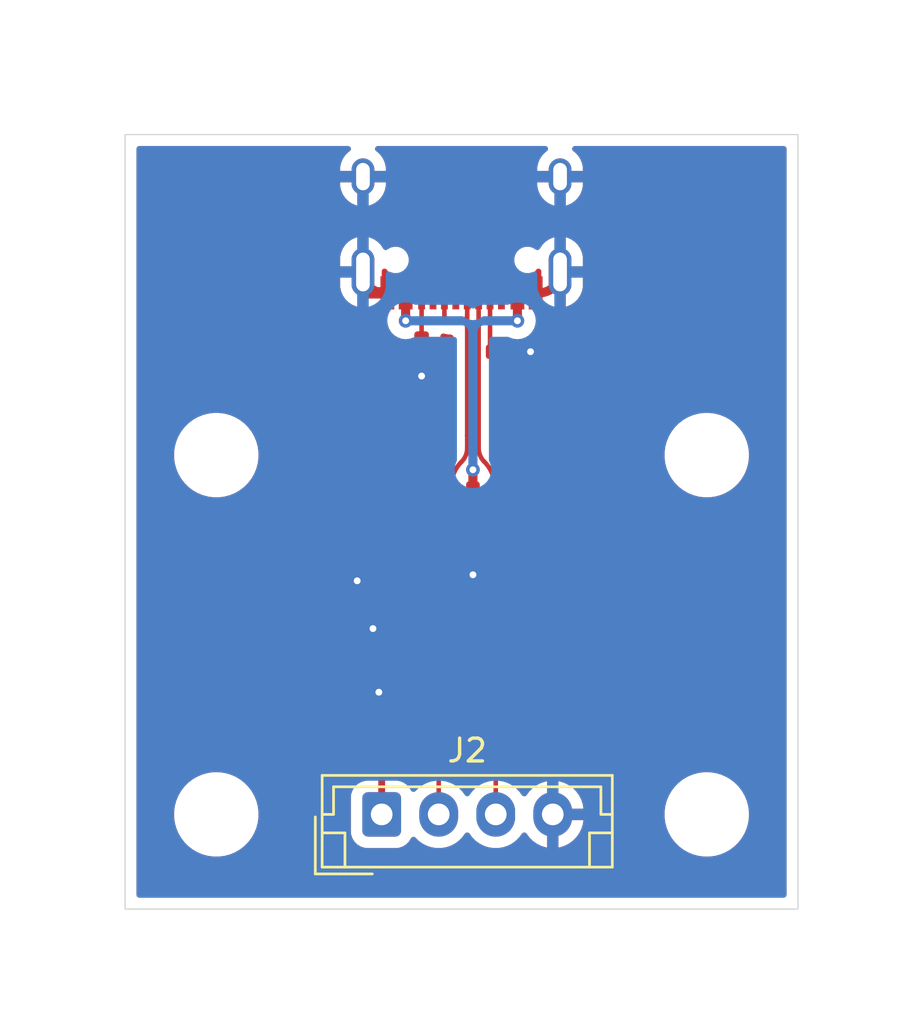
<source format=kicad_pcb>
(kicad_pcb (version 20240108) (generator "pcbnew") (generator_version "8.0")
  (title_block (title "ScottoModules (STM32F072CBT6)") (date "2024-07-13") (rev "2.0.0") (company "ScottoKeebs") (comment 1 "GND filled zone should be on In1.Cu and In2.Cu on a 4 layer board.") (comment 2 "GND can be used on F.Cu and B.Cu on a 2 layer board but not encouraged."))
  (layers (0 "F.Cu" signal) (1 "In1.Cu" signal) (2 "In2.Cu" signal) (31 "B.Cu" signal) (34 "B.Paste" user) (35 "F.Paste" user) (36 "B.SilkS" user "B.Silkscreen") (37 "F.SilkS" user "F.Silkscreen") (38 "B.Mask" user) (39 "F.Mask" user) (44 "Edge.Cuts" user))
  (net 0 "")
  (net 1 "GND")
  (net 2 "+3.3V")
  (net 3 "+5V")
  (net 4 "VBUS")
  (net 5 "/USB_D+")
  (net 6 "Net-(J1-CC1)")
  (net 7 "/USB_D-")
  (net 8 "Net-(J1-CC2)")
  (net 9 "MCU_D-")
  (net 10 "MCU_D+")
  (footprint "ScottoKeebs_Components:Resistor_0402" (layer "F.Cu") (at 149.912441 79.839505 -90)
    (property "Reference" "R3" (hide yes))
    (property "Value" "5.1k" (hide yes))
    (pad "1" smd roundrect (at -0.51 0 270) (size 0.54 0.64) (layers "F.Cu" "F.Paste" "F.Mask") (net 8 "Net-(J1-CC2)"))
    (pad "2" smd roundrect (at 0.51 0 270) (size 0.54 0.64) (layers "F.Cu" "F.Paste" "F.Mask") (net 1 "GND"))
  )
  (footprint "MountingHole:MountingHole_3.2mm_M3" (layer "F.Cu") (at 140.912446 100.235029)
    (property "Reference" "REF**" (hide yes))
    (property "Value" "MountingHole_3.2mm_M3")
    (pad "" np_thru_hole circle (at 0 0) (size 3.2 3.2) (drill 3.2) (layers "*.Cu" "*.Mask"))
  )
  (footprint "ScottoKeebs_Components:USB_C_HRO_TYPE-C-31-M-12" (layer "F.Cu") (at 151.662443 73.327005 180)
    (property "Reference" "J1" (hide yes))
    (property "Value" "USB_C")
    (pad "" np_thru_hole circle (at -2.89 -2.6 180) (size 0.65 0.65) (drill 0.65) (layers "*.Cu" "*.Mask"))
    (pad "" np_thru_hole circle (at 2.89 -2.6 180) (size 0.65 0.65) (drill 0.65) (layers "*.Cu" "*.Mask"))
    (pad "A1" smd rect (at -3.25 -4.045 180) (size 0.6 1.45) (layers "F.Cu" "F.Paste" "F.Mask") (net 1 "GND"))
    (pad "A4" smd rect (at -2.45 -4.045 180) (size 0.6 1.45) (layers "F.Cu" "F.Paste" "F.Mask") (net 4 "VBUS"))
    (pad "A5" smd rect (at -1.25 -4.045 180) (size 0.3 1.45) (layers "F.Cu" "F.Paste" "F.Mask") (net 6 "Net-(J1-CC1)"))
    (pad "A6" smd rect (at -0.25 -4.045 180) (size 0.3 1.45) (layers "F.Cu" "F.Paste" "F.Mask") (net 5 "/USB_D+"))
    (pad "A7" smd rect (at 0.25 -4.045 180) (size 0.3 1.45) (layers "F.Cu" "F.Paste" "F.Mask") (net 7 "/USB_D-"))
    (pad "A8" smd rect (at 1.25 -4.045 180) (size 0.3 1.45) (layers "F.Cu" "F.Paste" "F.Mask"))
    (pad "A9" smd rect (at 2.45 -4.045 180) (size 0.6 1.45) (layers "F.Cu" "F.Paste" "F.Mask") (net 4 "VBUS"))
    (pad "A12" smd rect (at 3.25 -4.045 180) (size 0.6 1.45) (layers "F.Cu" "F.Paste" "F.Mask") (net 1 "GND"))
    (pad "B1" smd rect (at 3.25 -4.045 180) (size 0.6 1.45) (layers "F.Cu" "F.Paste" "F.Mask") (net 1 "GND"))
    (pad "B4" smd rect (at 2.45 -4.045 180) (size 0.6 1.45) (layers "F.Cu" "F.Paste" "F.Mask") (net 4 "VBUS"))
    (pad "B5" smd rect (at 1.75 -4.045 180) (size 0.3 1.45) (layers "F.Cu" "F.Paste" "F.Mask") (net 8 "Net-(J1-CC2)"))
    (pad "B6" smd rect (at 0.75 -4.045 180) (size 0.3 1.45) (layers "F.Cu" "F.Paste" "F.Mask") (net 5 "/USB_D+"))
    (pad "B7" smd rect (at -0.75 -4.045 180) (size 0.3 1.45) (layers "F.Cu" "F.Paste" "F.Mask") (net 7 "/USB_D-"))
    (pad "B8" smd rect (at -1.75 -4.045 180) (size 0.3 1.45) (layers "F.Cu" "F.Paste" "F.Mask"))
    (pad "B9" smd rect (at -2.45 -4.045 180) (size 0.6 1.45) (layers "F.Cu" "F.Paste" "F.Mask") (net 4 "VBUS"))
    (pad "B12" smd rect (at -3.25 -4.045 180) (size 0.6 1.45) (layers "F.Cu" "F.Paste" "F.Mask") (net 1 "GND"))
    (pad "S1" thru_hole oval (at -4.32 -3.13 180) (size 1 2.1) (drill oval 0.6 1.7) (layers "*.Cu" "*.Mask") (net 1 "GND"))
    (pad "S1" thru_hole oval (at -4.32 1.05 180) (size 1 1.6) (drill oval 0.6 1.2) (layers "*.Cu" "*.Mask") (net 1 "GND"))
    (pad "S1" thru_hole oval (at 4.32 -3.13 180) (size 1 2.1) (drill oval 0.6 1.7) (layers "*.Cu" "*.Mask") (net 1 "GND"))
    (pad "S1" thru_hole oval (at 4.32 1.05 180) (size 1 1.6) (drill oval 0.6 1.2) (layers "*.Cu" "*.Mask") (net 1 "GND"))
  )
  (footprint "ScottoKeebs_Components:ESD_SOT-23-6" (layer "F.Cu") (at 152.162443 87.427005 90)
    (property "Reference" "U4" (hide yes))
    (property "Value" "USBLC6-2SC6" (hide yes))
    (pad "1" smd roundrect (at -1.1375 -0.95 90) (size 1.325 0.6) (layers "F.Cu" "F.Paste" "F.Mask") (net 10 "MCU_D+"))
    (pad "2" smd roundrect (at -1.1375 0 90) (size 1.325 0.6) (layers "F.Cu" "F.Paste" "F.Mask") (net 1 "GND"))
    (pad "3" smd roundrect (at -1.1375 0.95 90) (size 1.325 0.6) (layers "F.Cu" "F.Paste" "F.Mask") (net 9 "MCU_D-"))
    (pad "4" smd roundrect (at 1.1375 0.95 90) (size 1.325 0.6) (layers "F.Cu" "F.Paste" "F.Mask") (net 7 "/USB_D-"))
    (pad "5" smd roundrect (at 1.1375 0 90) (size 1.325 0.6) (layers "F.Cu" "F.Paste" "F.Mask") (net 4 "VBUS"))
    (pad "6" smd roundrect (at 1.1375 -0.95 90) (size 1.325 0.6) (layers "F.Cu" "F.Paste" "F.Mask") (net 5 "/USB_D+"))
  )
  (footprint "MountingHole:MountingHole_3.2mm_M3" (layer "F.Cu") (at 162.412446 84.485029)
    (property "Reference" "REF**" (hide yes))
    (property "Value" "MountingHole_3.2mm_M3")
    (pad "" np_thru_hole circle (at 0 0) (size 3.2 3.2) (drill 3.2) (layers "*.Cu" "*.Mask"))
  )
  (footprint "ScottoKeebs_Components:Capacitor_0402" (layer "F.Cu") (at 148.247692 89.994502 180)
    (property "Reference" "C8" (hide yes))
    (property "Value" "1uF")
    (pad "1" smd roundrect (at -0.48 0 180) (size 0.56 0.62) (layers "F.Cu" "F.Paste" "F.Mask") (net 3 "+5V"))
    (pad "2" smd roundrect (at 0.48 0 180) (size 0.56 0.62) (layers "F.Cu" "F.Paste" "F.Mask") (net 1 "GND"))
  )
  (footprint "Connector_JST:JST_EH_B4B-EH-A_1x04_P2.50mm_Vertical" (layer "F.Cu") (at 148.162446 100.235029)
    (property "Reference" "J2" (at 3.75 -2.8 0) (layer "F.SilkS"))
    (property "Value" "Conn_01x04_Pin")
    (fp_line (start -2.91 0.11) (end -2.91 2.61) (stroke (width 0.12)) (layer "F.SilkS"))
    (fp_line (start -2.91 2.61) (end -0.41 2.61) (stroke (width 0.12)) (layer "F.SilkS"))
    (fp_line (start -2.61 -1.71) (end -2.61 2.31) (stroke (width 0.12)) (layer "F.SilkS"))
    (fp_line (start -2.61 0) (end -2.11 0) (stroke (width 0.12)) (layer "F.SilkS"))
    (fp_line (start -2.61 0.81) (end -1.61 0.81) (stroke (width 0.12)) (layer "F.SilkS"))
    (fp_line (start -2.61 2.31) (end 10.11 2.31) (stroke (width 0.12)) (layer "F.SilkS"))
    (fp_line (start -2.11 -1.21) (end 9.61 -1.21) (stroke (width 0.12)) (layer "F.SilkS"))
    (fp_line (start -2.11 0) (end -2.11 -1.21) (stroke (width 0.12)) (layer "F.SilkS"))
    (fp_line (start -1.61 0.81) (end -1.61 2.31) (stroke (width 0.12)) (layer "F.SilkS"))
    (fp_line (start 9.11 0.81) (end 9.11 2.31) (stroke (width 0.12)) (layer "F.SilkS"))
    (fp_line (start 9.61 -1.21) (end 9.61 0) (stroke (width 0.12)) (layer "F.SilkS"))
    (fp_line (start 9.61 0) (end 10.11 0) (stroke (width 0.12)) (layer "F.SilkS"))
    (fp_line (start 10.11 -1.71) (end -2.61 -1.71) (stroke (width 0.12)) (layer "F.SilkS"))
    (fp_line (start 10.11 0.81) (end 9.11 0.81) (stroke (width 0.12)) (layer "F.SilkS"))
    (fp_line (start 10.11 2.31) (end 10.11 -1.71) (stroke (width 0.12)) (layer "F.SilkS"))
    (pad "1" thru_hole roundrect (at 0 0) (size 1.7 1.95) (drill 0.95) (layers "*.Cu" "*.Mask") (roundrect_rratio 0.147059) (net 2 "+3.3V"))
    (pad "2" thru_hole oval (at 2.5 0) (size 1.7 1.95) (drill 0.95) (layers "*.Cu" "*.Mask") (net 10 "MCU_D+"))
    (pad "3" thru_hole oval (at 5 0) (size 1.7 1.95) (drill 0.95) (layers "*.Cu" "*.Mask") (net 9 "MCU_D-"))
    (pad "4" thru_hole oval (at 7.5 0) (size 1.7 1.95) (drill 0.95) (layers "*.Cu" "*.Mask") (net 1 "GND"))
  )
  (footprint "ScottoKeebs_Components:Resistor_0402" (layer "F.Cu") (at 153.507443 79.952005)
    (property "Reference" "R2" (hide yes))
    (property "Value" "5.1k" (hide yes))
    (pad "1" smd roundrect (at -0.51 0) (size 0.54 0.64) (layers "F.Cu" "F.Paste" "F.Mask") (net 6 "Net-(J1-CC1)"))
    (pad "2" smd roundrect (at 0.51 0) (size 0.54 0.64) (layers "F.Cu" "F.Paste" "F.Mask") (net 1 "GND"))
  )
  (footprint "ScottoKeebs_Components:Voltage_SOT-23" (layer "F.Cu") (at 148.728692 92.437002 90)
    (property "Reference" "U3" (hide yes))
    (property "Value" "XC6206")
    (pad "1" smd roundrect (at -0.9375 -0.95 90) (size 1.475 0.6) (layers "F.Cu" "F.Paste" "F.Mask") (net 1 "GND"))
    (pad "2" smd roundrect (at -0.9375 0.95 90) (size 1.475 0.6) (layers "F.Cu" "F.Paste" "F.Mask") (net 2 "+3.3V"))
    (pad "3" smd roundrect (at 0.9375 0 90) (size 1.475 0.6) (layers "F.Cu" "F.Paste" "F.Mask") (net 3 "+5V"))
  )
  (footprint "MountingHole:MountingHole_3.2mm_M3" (layer "F.Cu") (at 162.412446 100.235029)
    (property "Reference" "REF**" (hide yes))
    (property "Value" "MountingHole_3.2mm_M3")
    (pad "" np_thru_hole circle (at 0 0) (size 3.2 3.2) (drill 3.2) (layers "*.Cu" "*.Mask"))
  )
  (footprint "ScottoKeebs_Components:Fuse_0603" (layer "F.Cu") (at 147.938694 88.742002)
    (property "Reference" "F1" (hide yes))
    (property "Value" "500mA" (hide yes))
    (pad "1" smd roundrect (at -0.7875 0) (size 0.875 0.95) (layers "F.Cu" "F.Paste" "F.Mask") (net 4 "VBUS"))
    (pad "2" smd roundrect (at 0.7875 0) (size 0.875 0.95) (layers "F.Cu" "F.Paste" "F.Mask") (net 3 "+5V"))
  )
  (footprint "MountingHole:MountingHole_3.2mm_M3" (layer "F.Cu") (at 140.912446 84.485029)
    (property "Reference" "REF**" (hide yes))
    (property "Value" "MountingHole_3.2mm_M3")
    (pad "" np_thru_hole circle (at 0 0) (size 3.2 3.2) (drill 3.2) (layers "*.Cu" "*.Mask"))
  )
  (footprint "ScottoKeebs_Components:Capacitor_0402" (layer "F.Cu") (at 149.198692 94.879502 180)
    (property "Reference" "C9" (hide yes))
    (property "Value" "1uF")
    (pad "1" smd roundrect (at -0.48 0 180) (size 0.56 0.62) (layers "F.Cu" "F.Paste" "F.Mask") (net 2 "+3.3V"))
    (pad "2" smd roundrect (at 0.48 0 180) (size 0.56 0.62) (layers "F.Cu" "F.Paste" "F.Mask") (net 1 "GND"))
  )
  (gr_rect (start 136.912442 70.435029) (end 166.412442 104.385029) (stroke (width 0.05)) (fill none) (layer "Edge.Cuts"))
  (segment (start 147.778692 92.09076) (end 147.779942 92.08951) (width 0.4) (layer "F.Cu") (net 1))
  (segment (start 154.017443 79.952005) (end 154.687443 79.952005) (width 0.4) (layer "F.Cu") (net 1))
  (segment (start 147.767692 89.994502) (end 147.087692 89.994502) (width 0.4) (layer "F.Cu") (net 1))
  (segment (start 147.778692 93.374502) (end 147.778692 92.09076) (width 0.4) (layer "F.Cu") (net 1))
  (segment (start 152.162443 89.729776) (end 152.16332 89.730653) (width 0.4) (layer "F.Cu") (net 1))
  (segment (start 148.718692 94.879502) (end 148.038692 94.879502) (width 0.4) (layer "F.Cu") (net 1))
  (segment (start 152.162443 88.564505) (end 152.162443 89.729776) (width 0.4) (layer "F.Cu") (net 1))
  (segment (start 154.912443 77.372005) (end 155.067443 77.372005) (width 0.4) (layer "F.Cu") (net 1))
  (segment (start 148.412443 77.372005) (end 148.257443 77.372005) (width 0.4) (layer "F.Cu") (net 1))
  (segment (start 149.912441 80.349505) (end 149.912441 81.019499) (width 0.4) (layer "F.Cu") (net 1))
  (segment (start 149.912441 81.019499) (end 149.912438 81.019506) (width 0.4) (layer "F.Cu") (net 1))
  (via (at 149.912438 81.019506) (size 0.6) (drill 0.3) (layers "F.Cu" "B.Cu") (net 1))
  (via (at 147.779942 92.08951) (size 0.6) (drill 0.3) (layers "F.Cu" "B.Cu") (net 1))
  (via (at 152.16332 89.730653) (size 0.6) (drill 0.3) (layers "F.Cu" "B.Cu") (net 1))
  (via (at 147.087692 89.994502) (size 0.6) (drill 0.3) (layers "F.Cu" "B.Cu") (net 1))
  (via (at 148.038692 94.879502) (size 0.6) (drill 0.3) (layers "F.Cu" "B.Cu") (net 1))
  (via (at 154.687443 79.952005) (size 0.6) (drill 0.3) (layers "F.Cu" "B.Cu") (net 1))
  (arc (start 148.257443 77.372005) (mid 147.61044 77.104008) (end 147.342443 76.457005) (width 0.4) (layer "F.Cu") (net 1))
  (arc (start 155.067443 77.372005) (mid 155.714446 77.104008) (end 155.982443 76.457005) (width 0.4) (layer "F.Cu") (net 1))
  (segment (start 153.562446 91.129779) (end 153.562446 95.435029) (width 0.4) (layer "B.Cu") (net 1))
  (segment (start 155.662446 97.535029) (end 155.662446 100.235029) (width 0.4) (layer "B.Cu") (net 1))
  (segment (start 153.562446 95.435029) (end 155.662446 97.535029) (width 0.4) (layer "B.Cu") (net 1))
  (segment (start 152.16332 89.730653) (end 153.562446 91.129779) (width 0.4) (layer "B.Cu") (net 1))
  (segment (start 149.678692 95.589502) (end 148.162446 97.105748) (width 0.3) (layer "F.Cu") (net 2))
  (segment (start 148.162446 97.105748) (end 148.162446 100.235029) (width 0.3) (layer "F.Cu") (net 2))
  (segment (start 149.678692 93.374502) (end 149.678692 94.879502) (width 0.3) (layer "F.Cu") (net 2))
  (segment (start 149.678692 94.879502) (end 149.678692 95.589502) (width 0.3) (layer "F.Cu") (net 2))
  (segment (start 148.727692 89.994502) (end 148.727692 91.498502) (width 0.4) (layer "F.Cu") (net 3))
  (segment (start 148.726194 89.993004) (end 148.727692 89.994502) (width 0.4) (layer "F.Cu") (net 3))
  (segment (start 148.726194 88.742002) (end 148.726194 89.993004) (width 0.4) (layer "F.Cu") (net 3))
  (segment (start 148.727692 91.498502) (end 148.728692 91.499502) (width 0.4) (layer "F.Cu") (net 3))
  (segment (start 152.162443 86.289505) (end 152.162443 86.927005) (width 0.4) (layer "F.Cu") (net 4))
  (segment (start 149.212443 77.372005) (end 149.212443 78.597005) (width 0.4) (layer "F.Cu") (net 4))
  (segment (start 154.112443 77.372005) (end 154.112443 78.597005) (width 0.4) (layer "F.Cu") (net 4))
  (segment (start 152.162443 86.289505) (end 152.162443 85.127005) (width 0.4) (layer "F.Cu") (net 4))
  (segment (start 147.151194 88.742002) (end 147.151194 88.077381) (width 0.4) (layer "F.Cu") (net 4))
  (segment (start 151.662443 87.427005) (end 147.788692 87.439883) (width 0.4) (layer "F.Cu") (net 4))
  (via (at 152.162443 85.127005) (size 0.6) (drill 0.3) (layers "F.Cu" "B.Cu") (net 4))
  (via (at 154.112443 78.597005) (size 0.6) (drill 0.3) (layers "F.Cu" "B.Cu") (net 4))
  (via (at 149.212443 78.597005) (size 0.6) (drill 0.3) (layers "F.Cu" "B.Cu") (net 4))
  (arc (start 152.162443 86.927005) (mid 152.015996 87.280558) (end 151.662443 87.427005) (width 0.4) (layer "F.Cu") (net 4))
  (arc (start 147.151194 88.077381) (mid 147.337913 87.626602) (end 147.788692 87.439883) (width 0.4) (layer "F.Cu") (net 4))
  (segment (start 151.662443 78.597005) (end 149.212443 78.597005) (width 0.4) (layer "B.Cu") (net 4))
  (segment (start 152.162443 79.097005) (end 152.162443 85.127005) (width 0.4) (layer "B.Cu") (net 4))
  (segment (start 152.662443 78.597005) (end 154.112443 78.597005) (width 0.4) (layer "B.Cu") (net 4))
  (segment (start 151.912443 83.627005) (end 151.912443 84.173452) (width 0.2) (layer "F.Cu") (net 5))
  (segment (start 151.912443 77.372005) (end 151.912443 78.347005) (width 0.2) (layer "F.Cu") (net 5))
  (segment (start 151.162443 78.597005) (end 151.662443 78.597005) (width 0.2) (layer "F.Cu") (net 5))
  (segment (start 151.911742 78.861271) (end 151.911742 83.625313) (width 0.2) (layer "F.Cu") (net 5))
  (segment (start 150.912443 77.372005) (end 150.912443 78.347005) (width 0.2) (layer "F.Cu") (net 5))
  (segment (start 151.911742 83.625313) (end 151.912443 83.627005) (width 0.2) (layer "F.Cu") (net 5))
  (segment (start 151.212443 85.863401) (end 151.212443 86.289505) (width 0.2) (layer "F.Cu") (net 5))
  (segment (start 151.912443 78.847005) (end 151.911742 78.861271) (width 0.2) (layer "F.Cu") (net 5))
  (arc (start 151.912443 84.173452) (mid 151.84747 84.500092) (end 151.662443 84.777005) (width 0.2) (layer "F.Cu") (net 5))
  (arc (start 150.912443 78.347005) (mid 150.985666 78.523782) (end 151.162443 78.597005) (width 0.2) (layer "F.Cu") (net 5))
  (arc (start 151.662443 84.777005) (mid 151.329394 85.275448) (end 151.212443 85.863401) (width 0.2) (layer "F.Cu") (net 5))
  (segment (start 152.912443 77.372005) (end 152.912443 79.746797) (width 0.2) (layer "F.Cu") (net 6))
  (arc (start 152.912443 79.746797) (mid 152.934534 79.857855) (end 152.997443 79.952005) (width 0.2) (layer "F.Cu") (net 6))
  (segment (start 153.112443 86.289505) (end 153.112443 85.863401) (width 0.2) (layer "F.Cu") (net 7))
  (segment (start 152.412443 84.173452) (end 152.412443 77.372005) (width 0.2) (layer "F.Cu") (net 7))
  (segment (start 151.412443 76.597005) (end 151.412443 77.372005) (width 0.2) (layer "F.Cu") (net 7))
  (segment (start 152.412443 77.372005) (end 152.412443 76.597005) (width 0.2) (layer "F.Cu") (net 7))
  (arc (start 152.412443 76.597005) (mid 152.265996 76.243452) (end 151.912443 76.097005) (width 0.2) (layer "F.Cu") (net 7))
  (arc (start 153.112443 85.863401) (mid 152.995492 85.275448) (end 152.662443 84.777005) (width 0.2) (layer "F.Cu") (net 7))
  (arc (start 152.662443 84.777005) (mid 152.477416 84.500092) (end 152.412443 84.173452) (width 0.2) (layer "F.Cu") (net 7))
  (arc (start 151.912443 76.097005) (mid 151.55889 76.243452) (end 151.412443 76.597005) (width 0.2) (layer "F.Cu") (net 7))
  (segment (start 149.912443 77.372005) (end 149.912443 79.329501) (width 0.2) (layer "F.Cu") (net 8))
  (segment (start 149.912443 79.329501) (end 149.912441 79.329505) (width 0.2) (layer "F.Cu") (net 8))
  (segment (start 152.662443 96.235032) (end 152.412441 95.98503) (width 0.2) (layer "F.Cu") (net 9))
  (segment (start 152.412441 95.98503) (end 152.412441 95.735029) (width 0.2) (layer "F.Cu") (net 9))
  (segment (start 152.662443 96.235032) (end 153.162446 96.735034) (width 0.2) (layer "F.Cu") (net 9))
  (segment (start 152.412441 95.985029) (end 152.662443 96.235032) (width 0.2) (layer "F.Cu") (net 9))
  (segment (start 153.112443 88.564505) (end 153.112443 88.990609) (width 0.2) (layer "F.Cu") (net 9))
  (segment (start 152.412441 95.735029) (end 152.412441 95.985029) (width 0.2) (layer "F.Cu") (net 9))
  (segment (start 152.412441 95.98503) (end 152.412441 94.985029) (width 0.2) (layer "F.Cu") (net 9))
  (segment (start 152.412441 94.985029) (end 152.412441 95.735029) (width 0.2) (layer "F.Cu") (net 9))
  (segment (start 153.162446 96.735034) (end 153.162446 100.235029) (width 0.2) (layer "F.Cu") (net 9))
  (segment (start 152.412441 90.680563) (end 152.412441 94.985029) (width 0.2) (layer "F.Cu") (net 9))
  (arc (start 152.662443 90.077005) (mid 152.477414 90.35392) (end 152.412441 90.680563) (width 0.2) (layer "F.Cu") (net 9))
  (arc (start 153.112443 88.990609) (mid 152.995492 89.578562) (end 152.662443 90.077005) (width 0.2) (layer "F.Cu") (net 9))
  (segment (start 151.912441 96.035029) (end 150.662446 97.285024) (width 0.2) (layer "F.Cu") (net 10))
  (segment (start 150.662446 97.285024) (end 150.662446 100.235029) (width 0.2) (layer "F.Cu") (net 10))
  (segment (start 151.912441 90.680553) (end 151.912441 96.035029) (width 0.2) (layer "F.Cu") (net 10))
  (segment (start 151.212443 88.564505) (end 151.212443 88.990609) (width 0.2) (layer "F.Cu") (net 10))
  (arc (start 151.662443 90.077005) (mid 151.847469 90.353915) (end 151.912441 90.680553) (width 0.2) (layer "F.Cu") (net 10))
  (arc (start 151.212443 88.990609) (mid 151.329395 89.578562) (end 151.662443 90.077005) (width 0.2) (layer "F.Cu") (net 10))
  (zone (net 5) (net_name "/USB_D+") (layer "F.Cu") (connect_pads yes (clearance 0)) (min_thickness 0.025) (fill yes (thermal_gap 0.5) (thermal_bridge_width 0.5) (island_removal_mode 1) (island_area_min 10))
    (polygon (pts (xy 151.902658 78.249627) (xy 151.892233 78.249627) (xy 151.873142 78.257535) (xy 151.862445 78.260401) (xy 151.859774 78.263072) (xy 151.856185 78.264559) (xy 151.828595 78.292149) (xy 151.82711 78.295734) (xy 151.825841 78.297003) (xy 151.82448 78.302085) (xy 151.813663 78.328197) (xy 151.813611 78.342644) (xy 151.812443 78.347003) (xy 151.812493 78.347003) (xy 151.812492 78.376844) (xy 151.789649 78.431981) (xy 151.747444 78.474178) (xy 151.692302 78.49701) (xy 151.662461 78.497005) (xy 151.662425 78.497014) (xy 151.662425 78.497005) (xy 151.637155 78.50378) (xy 151.612459 78.510393) (xy 151.612447 78.510405) (xy 151.612427 78.510411) (xy 151.594142 78.528703) (xy 151.575849 78.546989) (xy 151.575844 78.547008) (xy 151.575831 78.547021) (xy 151.569219 78.571716) (xy 151.562443 78.596987) (xy 151.562448 78.597005) (xy 151.562443 78.597023) (xy 151.569219 78.622293) (xy 151.575831 78.646989) (xy 151.575844 78.647001) (xy 151.575849 78.647021) (xy 151.594142 78.665306) (xy 151.612427 78.683599) (xy 151.612447 78.683604) (xy 151.612459 78.683617) (xy 151.637155 78.690229) (xy 151.662425 78.697005) (xy 151.66245 78.697001) (xy 151.662461 78.697005) (xy 151.662461 78.697045) (xy 151.692293 78.69704) (xy 151.747417 78.719865) (xy 151.789609 78.76205) (xy 151.811906 78.815873) (xy 151.811742 78.861271) (xy 151.813663 78.88078) (xy 151.828595 78.916828) (xy 151.856185 78.944418) (xy 151.892233 78.95935) (xy 151.931251 78.95935) (xy 151.967299 78.944418) (xy 151.994889 78.916828) (xy 152.009821 78.88078) (xy 152.009909 78.856465) (xy 152.012443 78.847007) (xy 152.01001 78.828521) (xy 152.011724 78.35285) (xy 152.012493 78.347007) (xy 152.012443 78.347007) (xy 152.011226 78.342463) (xy 152.009821 78.328197) (xy 152.002977 78.311672) (xy 151.999047 78.297007) (xy 151.995384 78.293343) (xy 151.994889 78.292149) (xy 151.967299 78.264559) (xy 151.966108 78.264065) (xy 151.962445 78.260403) (xy 151.947778 78.256472) (xy 151.931251 78.249627) (xy 151.92223 78.249627) (xy 151.912445 78.247005)))
  )
  (zone (net 1) (net_name "GND") (layers "F&B.Cu") (priority 1) (connect_pads (clearance 0.5)) (min_thickness 0.25) (fill yes (thermal_gap 0.5) (thermal_bridge_width 0.5))
    (polygon (pts (xy 135.462446 66.235029) (xy 133.762446 108.635029) (xy 171.462446 109.435029) (xy 170.562446 64.535029)))
  )
  (zone (net 4) (net_name "VBUS") (layer "B.Cu") (connect_pads yes (clearance 0)) (min_thickness 0.025) (fill yes (thermal_gap 0.5) (thermal_bridge_width 0.5) (island_removal_mode 1) (island_area_min 10))
    (polygon (pts (xy 151.662408 78.397008) (xy 151.623425 78.400848) (xy 151.605218 78.408389) (xy 151.58589 78.412236) (xy 151.569521 78.423176) (xy 151.551329 78.430711) (xy 151.537395 78.444645) (xy 151.521009 78.455596) (xy 151.510072 78.471968) (xy 151.496149 78.485891) (xy 151.488608 78.504097) (xy 151.47766 78.520485) (xy 151.473821 78.539797) (xy 151.466286 78.557987) (xy 151.466286 78.577693) (xy 151.462443 78.597023) (xy 151.466286 78.616333) (xy 151.466286 78.636023) (xy 151.473828 78.65423) (xy 151.477674 78.673558) (xy 151.488615 78.689927) (xy 151.496149 78.708119) (xy 151.510084 78.722053) (xy 151.521034 78.738439) (xy 151.537407 78.749376) (xy 151.551329 78.763299) (xy 151.569536 78.77084) (xy 151.585923 78.781788) (xy 151.605236 78.785627) (xy 151.623425 78.793162) (xy 151.643506 78.793236) (xy 151.662461 78.797005) (xy 151.662461 78.797045) (xy 151.709972 78.797041) (xy 151.800346 78.826398) (xy 151.877223 78.882247) (xy 151.933079 78.95912) (xy 151.962443 79.049492) (xy 151.962443 79.097003) (xy 151.962444 79.097007) (xy 151.962443 79.097007) (xy 151.9685 79.127453) (xy 151.977666 79.17354) (xy 151.977668 79.173542) (xy 151.977668 79.173544) (xy 151.995151 79.199707) (xy 152.02102 79.238425) (xy 152.021022 79.238426) (xy 152.021023 79.238428) (xy 152.059741 79.264297) (xy 152.085904 79.28178) (xy 152.085906 79.28178) (xy 152.085908 79.281782) (xy 152.131995 79.290948) (xy 152.162441 79.297005) (xy 152.162443 79.297004) (xy 152.162445 79.297005) (xy 152.192891 79.290948) (xy 152.238978 79.281782) (xy 152.238981 79.28178) (xy 152.238982 79.28178) (xy 152.265146 79.264297) (xy 152.303863 79.238428) (xy 152.303866 79.238425) (xy 152.329736 79.199707) (xy 152.347218 79.173544) (xy 152.34722 79.17354) (xy 152.356387 79.127453) (xy 152.362443 79.097007) (xy 152.362443 79.097003) (xy 152.362493 79.097003) (xy 152.362493 79.049491) (xy 152.391854 78.959117) (xy 152.447705 78.882238) (xy 152.524578 78.82638) (xy 152.614949 78.797009) (xy 152.662461 78.797005) (xy 152.662479 78.797001) (xy 152.701461 78.793162) (xy 152.719669 78.78562) (xy 152.738996 78.781774) (xy 152.755366 78.770833) (xy 152.773557 78.763299) (xy 152.787492 78.749364) (xy 152.803877 78.738414) (xy 152.814815 78.722041) (xy 152.828737 78.708119) (xy 152.836279 78.689912) (xy 152.847226 78.673525) (xy 152.851066 78.654212) (xy 152.8586 78.636023) (xy 152.8586 78.616316) (xy 152.862443 78.596987) (xy 152.8586 78.577676) (xy 152.8586 78.557987) (xy 152.851059 78.539779) (xy 152.847212 78.520452) (xy 152.836272 78.504082) (xy 152.828737 78.485891) (xy 152.814803 78.471956) (xy 152.803852 78.455571) (xy 152.78748 78.444633) (xy 152.773557 78.430711) (xy 152.755351 78.423169) (xy 152.738963 78.412222) (xy 152.719651 78.408382) (xy 152.701461 78.400848) (xy 152.681381 78.400773) (xy 152.662425 78.397005) (xy 152.626262 78.400569) (xy 151.662443 78.397005) (xy 151.662425 78.397006) (xy 151.662425 78.397005)))
  )
)
</source>
